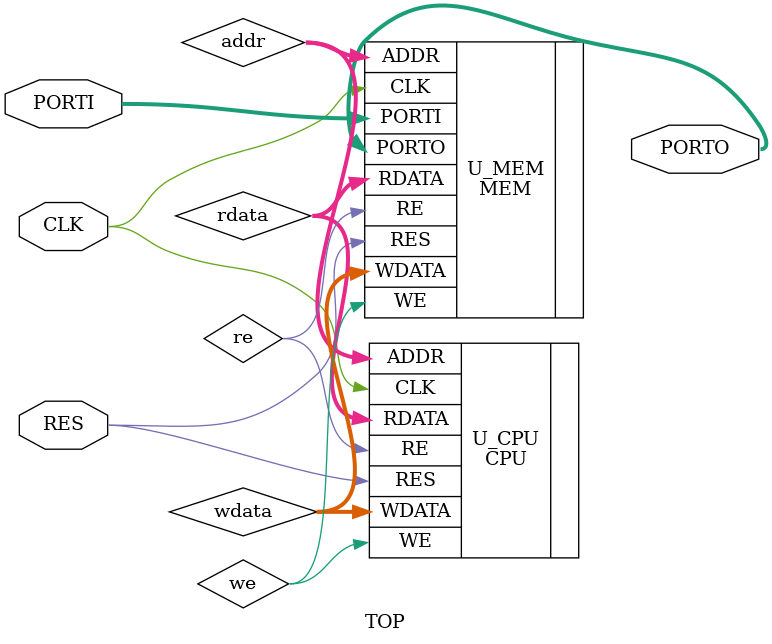
<source format=sv>


module TOP
(
    input  logic CLK,
    input  logic RES,
    //
    input  logic [7:0] PORTI,
    output logic [7:0] PORTO
);

//-------------------------------
// Internal Signals
//-------------------------------
logic [5:0] addr;
logic       re;
logic       we;
logic [7:0] wdata;
logic [7:0] rdata;
    
//-------------------------------
// CPU
//-------------------------------
CPU U_CPU
(
    .CLK (CLK),
    .RES (RES),
    //
    .ADDR  (addr),
    .RE    (re),
    .WE    (we),
    .WDATA (wdata),
    .RDATA (rdata)
);

//-------------------------------
// Memory and Port
//-------------------------------
MEM U_MEM
(
    .CLK (CLK),
    .RES (RES),
    //
    .ADDR  (addr),
    .RE    (re),
    .WE    (we),
    .WDATA (wdata),
    .RDATA (rdata),
    //
    .PORTI (PORTI),
    .PORTO (PORTO)
);

endmodule
//===========================================================
// End of File
//===========================================================

</source>
